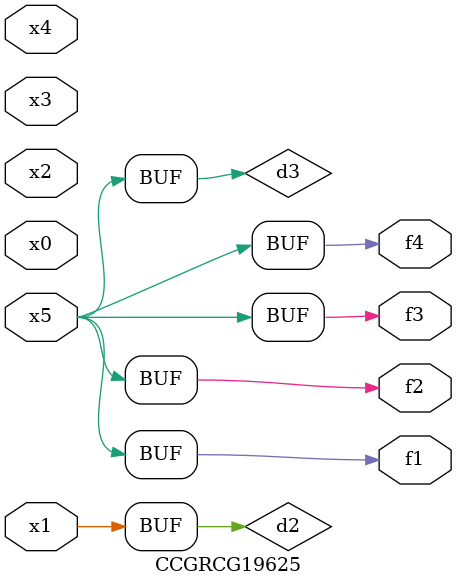
<source format=v>
module CCGRCG19625(
	input x0, x1, x2, x3, x4, x5,
	output f1, f2, f3, f4
);

	wire d1, d2, d3;

	not (d1, x5);
	or (d2, x1);
	xnor (d3, d1);
	assign f1 = d3;
	assign f2 = d3;
	assign f3 = d3;
	assign f4 = d3;
endmodule

</source>
